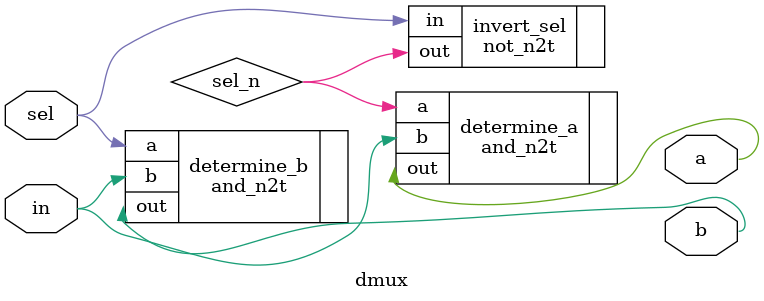
<source format=v>
module dmux
(
    input in,
    input sel,
    output a,
    output b
);

// dmux: if sel == 0, {a, b} = {in, 0};
//       if sel == 1, {a, b} = {0, in}
// Phrased another way:
// a = sel ? 0 : in
// b = sel ? in : 0

// a = sel ? 0 : in
//   = NOT(sel) AND in
wire sel_n;
not_n2t invert_sel
(
    .in(sel),
    .out(sel_n)
);

and_n2t determine_a
(
    .a(sel_n),
    .b(in),
    .out(a)
);


// b = sel ? in : 0 = sel AND in
and_n2t determine_b
(
    .a(sel),
    .b(in),
    .out(b)
);

endmodule

</source>
